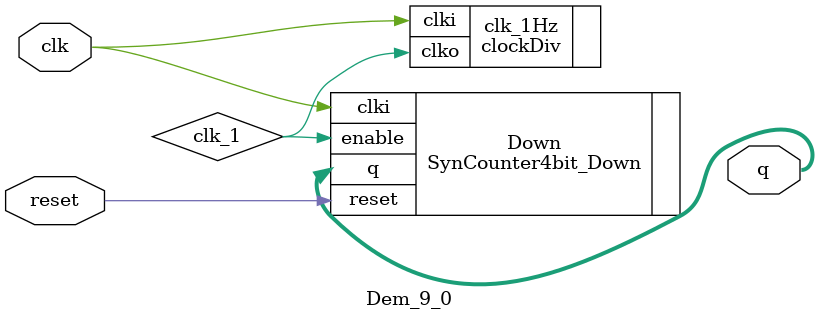
<source format=v>
`timescale 1ns / 1ps
module Dem_9_0(
    input wire clk,
    input wire reset,
    output wire [3:0] q
    );
	
	wire clk_1;
	
	clockDiv clk_1Hz (.clki(clk), .clko(clk_1));
	
	SynCounter4bit_Down Down (.clki(clk), .reset(reset), .enable(clk_1),.q(q));

endmodule

</source>
